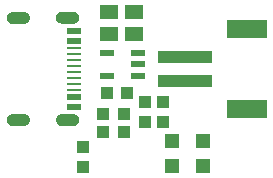
<source format=gbr>
G04 EAGLE Gerber RS-274X export*
G75*
%MOMM*%
%FSLAX34Y34*%
%LPD*%
%INSolderpaste Top*%
%IPPOS*%
%AMOC8*
5,1,8,0,0,1.08239X$1,22.5*%
G01*
%ADD10R,1.200000X0.550000*%
%ADD11R,1.200000X1.200000*%
%ADD12R,1.000000X1.075000*%
%ADD13R,4.600000X1.000000*%
%ADD14R,3.400000X1.600000*%
%ADD15R,1.500000X1.300000*%
%ADD16R,1.075000X1.000000*%
%ADD17R,1.150000X0.575000*%
%ADD18R,1.150000X0.275000*%

G36*
X61468Y133599D02*
X61468Y133599D01*
X61469Y133599D01*
X62542Y133720D01*
X62543Y133721D01*
X62544Y133720D01*
X63564Y134077D01*
X63564Y134078D01*
X63565Y134078D01*
X64480Y134653D01*
X64481Y134653D01*
X65245Y135418D01*
X65820Y136333D01*
X65820Y136334D01*
X65821Y136334D01*
X66178Y137354D01*
X66178Y137355D01*
X66177Y137355D01*
X66178Y137356D01*
X66178Y137360D01*
X66179Y137365D01*
X66180Y137370D01*
X66182Y137390D01*
X66182Y137394D01*
X66182Y137395D01*
X66183Y137399D01*
X66183Y137400D01*
X66183Y137404D01*
X66184Y137409D01*
X66185Y137414D01*
X66185Y137419D01*
X66186Y137424D01*
X66186Y137429D01*
X66188Y137449D01*
X66189Y137449D01*
X66189Y137454D01*
X66190Y137459D01*
X66190Y137464D01*
X66191Y137469D01*
X66191Y137474D01*
X66192Y137479D01*
X66192Y137484D01*
X66193Y137489D01*
X66195Y137509D01*
X66196Y137514D01*
X66196Y137519D01*
X66197Y137524D01*
X66197Y137529D01*
X66198Y137534D01*
X66199Y137539D01*
X66199Y137544D01*
X66202Y137568D01*
X66202Y137573D01*
X66203Y137573D01*
X66202Y137573D01*
X66203Y137578D01*
X66204Y137583D01*
X66204Y137588D01*
X66205Y137593D01*
X66205Y137598D01*
X66206Y137603D01*
X66209Y137628D01*
X66209Y137633D01*
X66210Y137638D01*
X66210Y137643D01*
X66211Y137648D01*
X66211Y137653D01*
X66212Y137658D01*
X66213Y137663D01*
X66215Y137683D01*
X66215Y137688D01*
X66216Y137693D01*
X66216Y137698D01*
X66217Y137698D01*
X66216Y137698D01*
X66217Y137703D01*
X66218Y137708D01*
X66218Y137712D01*
X66218Y137713D01*
X66219Y137717D01*
X66219Y137718D01*
X66219Y137722D01*
X66222Y137742D01*
X66222Y137747D01*
X66223Y137752D01*
X66223Y137757D01*
X66224Y137762D01*
X66224Y137767D01*
X66225Y137772D01*
X66225Y137777D01*
X66226Y137782D01*
X66228Y137802D01*
X66229Y137807D01*
X66229Y137812D01*
X66230Y137817D01*
X66230Y137822D01*
X66231Y137822D01*
X66230Y137822D01*
X66231Y137827D01*
X66232Y137832D01*
X66232Y137837D01*
X66233Y137842D01*
X66235Y137862D01*
X66236Y137867D01*
X66236Y137871D01*
X66236Y137872D01*
X66237Y137876D01*
X66237Y137877D01*
X66237Y137881D01*
X66238Y137886D01*
X66238Y137891D01*
X66239Y137896D01*
X66242Y137921D01*
X66242Y137926D01*
X66243Y137931D01*
X66243Y137936D01*
X66244Y137941D01*
X66244Y137946D01*
X66245Y137946D01*
X66244Y137946D01*
X66245Y137951D01*
X66246Y137956D01*
X66248Y137981D01*
X66249Y137986D01*
X66250Y137991D01*
X66250Y137996D01*
X66251Y138001D01*
X66251Y138006D01*
X66252Y138011D01*
X66252Y138016D01*
X66255Y138035D01*
X66255Y138036D01*
X66255Y138040D01*
X66256Y138045D01*
X66256Y138050D01*
X66257Y138055D01*
X66257Y138060D01*
X66258Y138065D01*
X66258Y138070D01*
X66259Y138070D01*
X66258Y138070D01*
X66259Y138075D01*
X66261Y138095D01*
X66262Y138100D01*
X66262Y138105D01*
X66263Y138110D01*
X66264Y138115D01*
X66264Y138120D01*
X66265Y138125D01*
X66265Y138130D01*
X66266Y138135D01*
X66268Y138155D01*
X66269Y138160D01*
X66269Y138165D01*
X66270Y138170D01*
X66270Y138175D01*
X66271Y138180D01*
X66271Y138185D01*
X66272Y138189D01*
X66272Y138190D01*
X66272Y138194D01*
X66273Y138194D01*
X66272Y138195D01*
X66275Y138214D01*
X66275Y138219D01*
X66276Y138224D01*
X66276Y138229D01*
X66277Y138234D01*
X66278Y138239D01*
X66278Y138244D01*
X66279Y138249D01*
X66281Y138274D01*
X66282Y138279D01*
X66283Y138284D01*
X66283Y138289D01*
X66284Y138294D01*
X66284Y138299D01*
X66285Y138304D01*
X66285Y138309D01*
X66288Y138334D01*
X66289Y138339D01*
X66289Y138344D01*
X66290Y138348D01*
X66290Y138349D01*
X66290Y138353D01*
X66290Y138354D01*
X66291Y138358D01*
X66292Y138363D01*
X66292Y138368D01*
X66294Y138388D01*
X66295Y138393D01*
X66295Y138398D01*
X66296Y138403D01*
X66297Y138408D01*
X66297Y138413D01*
X66298Y138418D01*
X66298Y138423D01*
X66299Y138428D01*
X66299Y138429D01*
X66299Y138430D01*
X66299Y138431D01*
X66172Y139561D01*
X66171Y139561D01*
X66171Y139562D01*
X65796Y140636D01*
X65795Y140636D01*
X65795Y140637D01*
X65190Y141600D01*
X65189Y141600D01*
X65189Y141601D01*
X64385Y142405D01*
X64384Y142405D01*
X64384Y142406D01*
X63421Y143011D01*
X63420Y143011D01*
X63420Y143012D01*
X62346Y143387D01*
X62345Y143387D01*
X62345Y143388D01*
X61215Y143515D01*
X61214Y143515D01*
X51562Y143515D01*
X51561Y143515D01*
X51312Y143487D01*
X51268Y143482D01*
X51224Y143477D01*
X51180Y143472D01*
X50651Y143412D01*
X50607Y143407D01*
X50563Y143402D01*
X50562Y143402D01*
X50518Y143397D01*
X50431Y143388D01*
X50431Y143387D01*
X50430Y143387D01*
X49356Y143012D01*
X49356Y143011D01*
X49355Y143011D01*
X48392Y142406D01*
X48392Y142405D01*
X48391Y142405D01*
X47587Y141601D01*
X47587Y141600D01*
X47586Y141600D01*
X46981Y140637D01*
X46981Y140636D01*
X46980Y140636D01*
X46605Y139562D01*
X46605Y139561D01*
X46604Y139561D01*
X46602Y139542D01*
X46602Y139537D01*
X46601Y139532D01*
X46601Y139527D01*
X46600Y139522D01*
X46600Y139517D01*
X46599Y139512D01*
X46598Y139508D01*
X46598Y139507D01*
X46598Y139503D01*
X46598Y139502D01*
X46596Y139483D01*
X46595Y139478D01*
X46595Y139473D01*
X46594Y139473D01*
X46595Y139473D01*
X46594Y139468D01*
X46593Y139463D01*
X46593Y139458D01*
X46592Y139453D01*
X46592Y139448D01*
X46591Y139443D01*
X46589Y139423D01*
X46588Y139418D01*
X46588Y139413D01*
X46587Y139408D01*
X46587Y139403D01*
X46586Y139398D01*
X46586Y139393D01*
X46585Y139388D01*
X46584Y139383D01*
X46582Y139363D01*
X46582Y139358D01*
X46581Y139353D01*
X46581Y139349D01*
X46580Y139348D01*
X46581Y139348D01*
X46580Y139344D01*
X46580Y139343D01*
X46579Y139339D01*
X46579Y139334D01*
X46578Y139329D01*
X46578Y139324D01*
X46575Y139304D01*
X46575Y139299D01*
X46574Y139294D01*
X46574Y139289D01*
X46573Y139284D01*
X46573Y139279D01*
X46572Y139274D01*
X46572Y139269D01*
X46571Y139264D01*
X46569Y139244D01*
X46568Y139239D01*
X46568Y139234D01*
X46567Y139229D01*
X46567Y139224D01*
X46566Y139224D01*
X46567Y139224D01*
X46566Y139219D01*
X46565Y139214D01*
X46565Y139209D01*
X46564Y139204D01*
X46562Y139185D01*
X46562Y139184D01*
X46561Y139180D01*
X46561Y139175D01*
X46560Y139170D01*
X46560Y139165D01*
X46559Y139160D01*
X46559Y139155D01*
X46558Y139150D01*
X46558Y139145D01*
X46555Y139125D01*
X46555Y139120D01*
X46554Y139115D01*
X46554Y139110D01*
X46553Y139105D01*
X46553Y139100D01*
X46552Y139100D01*
X46553Y139100D01*
X46552Y139095D01*
X46551Y139090D01*
X46551Y139085D01*
X46549Y139065D01*
X46548Y139060D01*
X46547Y139055D01*
X46547Y139050D01*
X46546Y139045D01*
X46546Y139040D01*
X46545Y139035D01*
X46545Y139031D01*
X46545Y139030D01*
X46544Y139026D01*
X46544Y139025D01*
X46542Y139006D01*
X46541Y139001D01*
X46541Y138996D01*
X46540Y138991D01*
X46540Y138986D01*
X46539Y138981D01*
X46539Y138976D01*
X46538Y138976D01*
X46539Y138976D01*
X46538Y138971D01*
X46537Y138966D01*
X46535Y138946D01*
X46535Y138941D01*
X46534Y138936D01*
X46533Y138931D01*
X46533Y138926D01*
X46532Y138921D01*
X46532Y138916D01*
X46531Y138911D01*
X46528Y138886D01*
X46528Y138881D01*
X46527Y138876D01*
X46527Y138872D01*
X46527Y138871D01*
X46526Y138867D01*
X46526Y138866D01*
X46526Y138862D01*
X46525Y138857D01*
X46525Y138852D01*
X46524Y138852D01*
X46525Y138852D01*
X46522Y138827D01*
X46521Y138822D01*
X46521Y138817D01*
X46520Y138812D01*
X46519Y138807D01*
X46519Y138802D01*
X46518Y138797D01*
X46518Y138792D01*
X46515Y138767D01*
X46514Y138762D01*
X46514Y138757D01*
X46513Y138752D01*
X46513Y138747D01*
X46512Y138742D01*
X46512Y138737D01*
X46511Y138732D01*
X46508Y138708D01*
X46508Y138707D01*
X46508Y138703D01*
X46507Y138698D01*
X46507Y138693D01*
X46506Y138688D01*
X46505Y138683D01*
X46505Y138678D01*
X46504Y138673D01*
X46502Y138648D01*
X46501Y138643D01*
X46500Y138638D01*
X46500Y138633D01*
X46499Y138628D01*
X46499Y138623D01*
X46498Y138618D01*
X46498Y138613D01*
X46495Y138593D01*
X46495Y138588D01*
X46494Y138583D01*
X46494Y138578D01*
X46493Y138573D01*
X46493Y138568D01*
X46492Y138563D01*
X46491Y138558D01*
X46491Y138554D01*
X46491Y138553D01*
X46489Y138534D01*
X46488Y138529D01*
X46488Y138524D01*
X46487Y138519D01*
X46486Y138514D01*
X46486Y138509D01*
X46485Y138504D01*
X46485Y138499D01*
X46484Y138494D01*
X46482Y138474D01*
X46481Y138469D01*
X46481Y138464D01*
X46480Y138459D01*
X46480Y138454D01*
X46479Y138449D01*
X46479Y138444D01*
X46478Y138439D01*
X46477Y138434D01*
X46477Y138431D01*
X46478Y138430D01*
X46477Y138429D01*
X46598Y137356D01*
X46599Y137355D01*
X46598Y137354D01*
X46955Y136334D01*
X46956Y136334D01*
X46956Y136333D01*
X47531Y135418D01*
X48296Y134653D01*
X49211Y134078D01*
X49212Y134078D01*
X49212Y134077D01*
X50232Y133720D01*
X50233Y133721D01*
X50234Y133720D01*
X51307Y133599D01*
X51308Y133599D01*
X61468Y133599D01*
X61468Y133599D01*
G37*
G36*
X19685Y133472D02*
X19685Y133472D01*
X19686Y133472D01*
X20759Y133593D01*
X20760Y133594D01*
X20761Y133593D01*
X21781Y133950D01*
X21781Y133951D01*
X21782Y133951D01*
X22697Y134526D01*
X22698Y134526D01*
X23462Y135291D01*
X24037Y136206D01*
X24037Y136207D01*
X24038Y136207D01*
X24395Y137227D01*
X24395Y137228D01*
X24394Y137228D01*
X24395Y137229D01*
X24395Y137233D01*
X24396Y137238D01*
X24397Y137243D01*
X24399Y137263D01*
X24399Y137267D01*
X24399Y137268D01*
X24400Y137272D01*
X24400Y137273D01*
X24400Y137277D01*
X24401Y137282D01*
X24402Y137287D01*
X24402Y137292D01*
X24403Y137297D01*
X24403Y137302D01*
X24405Y137322D01*
X24406Y137322D01*
X24406Y137327D01*
X24407Y137332D01*
X24407Y137337D01*
X24408Y137342D01*
X24408Y137347D01*
X24409Y137352D01*
X24409Y137357D01*
X24410Y137362D01*
X24412Y137382D01*
X24413Y137387D01*
X24413Y137392D01*
X24414Y137397D01*
X24414Y137402D01*
X24415Y137407D01*
X24416Y137412D01*
X24416Y137417D01*
X24419Y137441D01*
X24419Y137446D01*
X24420Y137446D01*
X24419Y137446D01*
X24420Y137451D01*
X24421Y137456D01*
X24421Y137461D01*
X24422Y137466D01*
X24422Y137471D01*
X24423Y137476D01*
X24426Y137501D01*
X24426Y137506D01*
X24427Y137511D01*
X24427Y137516D01*
X24428Y137521D01*
X24428Y137526D01*
X24429Y137531D01*
X24430Y137536D01*
X24432Y137556D01*
X24432Y137561D01*
X24433Y137566D01*
X24433Y137571D01*
X24434Y137571D01*
X24433Y137571D01*
X24434Y137576D01*
X24435Y137581D01*
X24435Y137585D01*
X24435Y137586D01*
X24436Y137590D01*
X24436Y137591D01*
X24436Y137595D01*
X24439Y137615D01*
X24439Y137620D01*
X24440Y137625D01*
X24440Y137630D01*
X24441Y137635D01*
X24441Y137640D01*
X24442Y137645D01*
X24442Y137650D01*
X24443Y137655D01*
X24445Y137675D01*
X24446Y137680D01*
X24446Y137685D01*
X24447Y137690D01*
X24447Y137695D01*
X24448Y137695D01*
X24447Y137695D01*
X24448Y137700D01*
X24449Y137705D01*
X24449Y137710D01*
X24450Y137715D01*
X24452Y137735D01*
X24453Y137740D01*
X24453Y137744D01*
X24453Y137745D01*
X24454Y137749D01*
X24454Y137750D01*
X24454Y137754D01*
X24455Y137759D01*
X24455Y137764D01*
X24456Y137769D01*
X24459Y137794D01*
X24459Y137799D01*
X24460Y137804D01*
X24460Y137809D01*
X24461Y137814D01*
X24461Y137819D01*
X24462Y137819D01*
X24461Y137819D01*
X24462Y137824D01*
X24463Y137829D01*
X24465Y137854D01*
X24466Y137859D01*
X24467Y137864D01*
X24467Y137869D01*
X24468Y137874D01*
X24468Y137879D01*
X24469Y137884D01*
X24469Y137889D01*
X24472Y137908D01*
X24472Y137909D01*
X24472Y137913D01*
X24473Y137918D01*
X24473Y137923D01*
X24474Y137928D01*
X24474Y137933D01*
X24475Y137938D01*
X24475Y137943D01*
X24476Y137943D01*
X24475Y137943D01*
X24476Y137948D01*
X24478Y137968D01*
X24479Y137973D01*
X24479Y137978D01*
X24480Y137983D01*
X24481Y137988D01*
X24481Y137993D01*
X24482Y137998D01*
X24482Y138003D01*
X24483Y138008D01*
X24485Y138028D01*
X24486Y138033D01*
X24486Y138038D01*
X24487Y138043D01*
X24487Y138048D01*
X24488Y138053D01*
X24488Y138058D01*
X24489Y138062D01*
X24489Y138063D01*
X24489Y138067D01*
X24490Y138067D01*
X24489Y138068D01*
X24492Y138087D01*
X24492Y138092D01*
X24493Y138097D01*
X24493Y138102D01*
X24494Y138107D01*
X24495Y138112D01*
X24495Y138117D01*
X24496Y138122D01*
X24498Y138147D01*
X24499Y138152D01*
X24500Y138157D01*
X24500Y138162D01*
X24501Y138167D01*
X24501Y138172D01*
X24502Y138177D01*
X24502Y138182D01*
X24505Y138207D01*
X24506Y138212D01*
X24506Y138217D01*
X24507Y138221D01*
X24507Y138222D01*
X24507Y138226D01*
X24507Y138227D01*
X24508Y138231D01*
X24509Y138236D01*
X24509Y138241D01*
X24511Y138261D01*
X24512Y138266D01*
X24512Y138271D01*
X24513Y138276D01*
X24514Y138281D01*
X24514Y138286D01*
X24515Y138291D01*
X24515Y138296D01*
X24516Y138301D01*
X24516Y138302D01*
X24516Y138303D01*
X24516Y138304D01*
X24389Y139434D01*
X24388Y139434D01*
X24388Y139435D01*
X24013Y140509D01*
X24012Y140509D01*
X24012Y140510D01*
X23407Y141473D01*
X23406Y141473D01*
X23406Y141474D01*
X22602Y142278D01*
X22601Y142278D01*
X22601Y142279D01*
X21638Y142884D01*
X21637Y142884D01*
X21637Y142885D01*
X20563Y143260D01*
X20562Y143260D01*
X20562Y143261D01*
X19432Y143388D01*
X19431Y143388D01*
X9779Y143388D01*
X9778Y143388D01*
X9529Y143360D01*
X9485Y143355D01*
X9441Y143350D01*
X9397Y143345D01*
X8868Y143285D01*
X8824Y143280D01*
X8780Y143275D01*
X8779Y143275D01*
X8735Y143270D01*
X8648Y143261D01*
X8648Y143260D01*
X8647Y143260D01*
X7573Y142885D01*
X7573Y142884D01*
X7572Y142884D01*
X6609Y142279D01*
X6609Y142278D01*
X6608Y142278D01*
X5804Y141474D01*
X5804Y141473D01*
X5803Y141473D01*
X5198Y140510D01*
X5198Y140509D01*
X5197Y140509D01*
X4822Y139435D01*
X4822Y139434D01*
X4821Y139434D01*
X4819Y139415D01*
X4819Y139410D01*
X4818Y139405D01*
X4818Y139400D01*
X4817Y139395D01*
X4817Y139390D01*
X4816Y139385D01*
X4815Y139381D01*
X4815Y139380D01*
X4815Y139376D01*
X4815Y139375D01*
X4813Y139356D01*
X4812Y139351D01*
X4812Y139346D01*
X4811Y139346D01*
X4812Y139346D01*
X4811Y139341D01*
X4810Y139336D01*
X4810Y139331D01*
X4809Y139326D01*
X4809Y139321D01*
X4808Y139316D01*
X4806Y139296D01*
X4805Y139291D01*
X4805Y139286D01*
X4804Y139281D01*
X4804Y139276D01*
X4803Y139271D01*
X4803Y139266D01*
X4802Y139261D01*
X4801Y139256D01*
X4799Y139236D01*
X4799Y139231D01*
X4798Y139226D01*
X4798Y139222D01*
X4797Y139221D01*
X4798Y139221D01*
X4797Y139217D01*
X4797Y139216D01*
X4796Y139212D01*
X4796Y139207D01*
X4795Y139202D01*
X4795Y139197D01*
X4792Y139177D01*
X4792Y139172D01*
X4791Y139167D01*
X4791Y139162D01*
X4790Y139157D01*
X4790Y139152D01*
X4789Y139147D01*
X4789Y139142D01*
X4788Y139137D01*
X4786Y139117D01*
X4785Y139112D01*
X4785Y139107D01*
X4784Y139102D01*
X4784Y139097D01*
X4783Y139097D01*
X4784Y139097D01*
X4783Y139092D01*
X4782Y139087D01*
X4782Y139082D01*
X4781Y139077D01*
X4779Y139058D01*
X4779Y139057D01*
X4778Y139053D01*
X4778Y139048D01*
X4777Y139043D01*
X4777Y139038D01*
X4776Y139033D01*
X4776Y139028D01*
X4775Y139023D01*
X4775Y139018D01*
X4772Y138998D01*
X4772Y138993D01*
X4771Y138988D01*
X4771Y138983D01*
X4770Y138978D01*
X4770Y138973D01*
X4769Y138973D01*
X4770Y138973D01*
X4769Y138968D01*
X4768Y138963D01*
X4768Y138958D01*
X4766Y138938D01*
X4765Y138933D01*
X4764Y138928D01*
X4764Y138923D01*
X4763Y138918D01*
X4763Y138913D01*
X4762Y138908D01*
X4762Y138904D01*
X4762Y138903D01*
X4761Y138899D01*
X4761Y138898D01*
X4759Y138879D01*
X4758Y138874D01*
X4758Y138869D01*
X4757Y138864D01*
X4757Y138859D01*
X4756Y138854D01*
X4756Y138849D01*
X4755Y138849D01*
X4756Y138849D01*
X4755Y138844D01*
X4754Y138839D01*
X4752Y138819D01*
X4752Y138814D01*
X4751Y138809D01*
X4750Y138804D01*
X4750Y138799D01*
X4749Y138794D01*
X4749Y138789D01*
X4748Y138784D01*
X4745Y138759D01*
X4745Y138754D01*
X4744Y138749D01*
X4744Y138745D01*
X4744Y138744D01*
X4743Y138740D01*
X4743Y138739D01*
X4743Y138735D01*
X4742Y138730D01*
X4742Y138725D01*
X4741Y138725D01*
X4742Y138725D01*
X4739Y138700D01*
X4738Y138695D01*
X4738Y138690D01*
X4737Y138685D01*
X4736Y138680D01*
X4736Y138675D01*
X4735Y138670D01*
X4735Y138665D01*
X4732Y138640D01*
X4731Y138635D01*
X4731Y138630D01*
X4730Y138625D01*
X4730Y138620D01*
X4729Y138615D01*
X4729Y138610D01*
X4728Y138605D01*
X4725Y138581D01*
X4725Y138580D01*
X4725Y138576D01*
X4724Y138571D01*
X4724Y138566D01*
X4723Y138561D01*
X4722Y138556D01*
X4722Y138551D01*
X4721Y138546D01*
X4719Y138521D01*
X4718Y138516D01*
X4717Y138511D01*
X4717Y138506D01*
X4716Y138501D01*
X4716Y138496D01*
X4715Y138491D01*
X4715Y138486D01*
X4712Y138466D01*
X4712Y138461D01*
X4711Y138456D01*
X4711Y138451D01*
X4710Y138446D01*
X4710Y138441D01*
X4709Y138436D01*
X4708Y138431D01*
X4708Y138427D01*
X4708Y138426D01*
X4706Y138407D01*
X4705Y138402D01*
X4705Y138397D01*
X4704Y138392D01*
X4703Y138387D01*
X4703Y138382D01*
X4702Y138377D01*
X4702Y138372D01*
X4701Y138367D01*
X4699Y138347D01*
X4698Y138342D01*
X4698Y138337D01*
X4697Y138332D01*
X4697Y138327D01*
X4696Y138322D01*
X4696Y138317D01*
X4695Y138312D01*
X4694Y138307D01*
X4694Y138304D01*
X4695Y138303D01*
X4694Y138302D01*
X4815Y137229D01*
X4816Y137228D01*
X4815Y137227D01*
X5172Y136207D01*
X5173Y136207D01*
X5173Y136206D01*
X5748Y135291D01*
X6513Y134526D01*
X7428Y133951D01*
X7429Y133951D01*
X7429Y133950D01*
X8449Y133593D01*
X8450Y133594D01*
X8451Y133593D01*
X9524Y133472D01*
X9525Y133472D01*
X19685Y133472D01*
X19685Y133472D01*
G37*
G36*
X61595Y47112D02*
X61595Y47112D01*
X61596Y47112D01*
X62669Y47233D01*
X62670Y47234D01*
X62671Y47233D01*
X63691Y47590D01*
X63691Y47591D01*
X63692Y47591D01*
X64607Y48166D01*
X64608Y48166D01*
X65372Y48931D01*
X65947Y49846D01*
X65947Y49847D01*
X65948Y49847D01*
X66305Y50867D01*
X66305Y50868D01*
X66304Y50868D01*
X66305Y50869D01*
X66305Y50873D01*
X66306Y50878D01*
X66307Y50883D01*
X66309Y50903D01*
X66309Y50907D01*
X66309Y50908D01*
X66310Y50912D01*
X66310Y50913D01*
X66310Y50917D01*
X66311Y50922D01*
X66312Y50927D01*
X66312Y50932D01*
X66313Y50937D01*
X66313Y50942D01*
X66315Y50962D01*
X66316Y50962D01*
X66316Y50967D01*
X66317Y50972D01*
X66317Y50977D01*
X66318Y50982D01*
X66318Y50987D01*
X66319Y50992D01*
X66319Y50997D01*
X66320Y51002D01*
X66322Y51022D01*
X66323Y51027D01*
X66323Y51032D01*
X66324Y51037D01*
X66324Y51042D01*
X66325Y51047D01*
X66326Y51052D01*
X66326Y51057D01*
X66329Y51081D01*
X66329Y51086D01*
X66330Y51086D01*
X66329Y51086D01*
X66330Y51091D01*
X66331Y51096D01*
X66331Y51101D01*
X66332Y51106D01*
X66332Y51111D01*
X66333Y51116D01*
X66336Y51141D01*
X66336Y51146D01*
X66337Y51151D01*
X66337Y51156D01*
X66338Y51161D01*
X66338Y51166D01*
X66339Y51171D01*
X66340Y51176D01*
X66342Y51196D01*
X66342Y51201D01*
X66343Y51206D01*
X66343Y51211D01*
X66344Y51211D01*
X66343Y51211D01*
X66344Y51216D01*
X66345Y51221D01*
X66345Y51225D01*
X66345Y51226D01*
X66346Y51230D01*
X66346Y51231D01*
X66346Y51235D01*
X66349Y51255D01*
X66349Y51260D01*
X66350Y51265D01*
X66350Y51270D01*
X66351Y51275D01*
X66351Y51280D01*
X66352Y51285D01*
X66352Y51290D01*
X66353Y51295D01*
X66355Y51315D01*
X66356Y51320D01*
X66356Y51325D01*
X66357Y51330D01*
X66357Y51335D01*
X66358Y51335D01*
X66357Y51335D01*
X66358Y51340D01*
X66359Y51345D01*
X66359Y51350D01*
X66360Y51355D01*
X66362Y51375D01*
X66363Y51380D01*
X66363Y51384D01*
X66363Y51385D01*
X66364Y51389D01*
X66364Y51390D01*
X66364Y51394D01*
X66365Y51399D01*
X66365Y51404D01*
X66366Y51409D01*
X66369Y51434D01*
X66369Y51439D01*
X66370Y51444D01*
X66370Y51449D01*
X66371Y51454D01*
X66371Y51459D01*
X66372Y51459D01*
X66371Y51459D01*
X66372Y51464D01*
X66373Y51469D01*
X66375Y51494D01*
X66376Y51499D01*
X66377Y51504D01*
X66377Y51509D01*
X66378Y51514D01*
X66378Y51519D01*
X66379Y51524D01*
X66379Y51529D01*
X66382Y51548D01*
X66382Y51549D01*
X66382Y51553D01*
X66383Y51558D01*
X66383Y51563D01*
X66384Y51568D01*
X66384Y51573D01*
X66385Y51578D01*
X66385Y51583D01*
X66386Y51583D01*
X66385Y51583D01*
X66386Y51588D01*
X66388Y51608D01*
X66389Y51613D01*
X66389Y51618D01*
X66390Y51623D01*
X66391Y51628D01*
X66391Y51633D01*
X66392Y51638D01*
X66392Y51643D01*
X66393Y51648D01*
X66395Y51668D01*
X66396Y51673D01*
X66396Y51678D01*
X66397Y51683D01*
X66397Y51688D01*
X66398Y51693D01*
X66398Y51698D01*
X66399Y51702D01*
X66399Y51703D01*
X66399Y51707D01*
X66400Y51707D01*
X66399Y51708D01*
X66402Y51727D01*
X66402Y51732D01*
X66403Y51737D01*
X66403Y51742D01*
X66404Y51747D01*
X66405Y51752D01*
X66405Y51757D01*
X66406Y51762D01*
X66408Y51787D01*
X66409Y51792D01*
X66410Y51797D01*
X66410Y51802D01*
X66411Y51807D01*
X66411Y51812D01*
X66412Y51817D01*
X66412Y51822D01*
X66415Y51847D01*
X66416Y51852D01*
X66416Y51857D01*
X66417Y51861D01*
X66417Y51862D01*
X66417Y51866D01*
X66417Y51867D01*
X66418Y51871D01*
X66419Y51876D01*
X66419Y51881D01*
X66421Y51901D01*
X66422Y51906D01*
X66422Y51911D01*
X66423Y51916D01*
X66424Y51921D01*
X66424Y51926D01*
X66425Y51931D01*
X66425Y51936D01*
X66426Y51941D01*
X66426Y51942D01*
X66426Y51943D01*
X66426Y51944D01*
X66299Y53074D01*
X66298Y53074D01*
X66298Y53075D01*
X65923Y54149D01*
X65922Y54149D01*
X65922Y54150D01*
X65317Y55113D01*
X65316Y55113D01*
X65316Y55114D01*
X64512Y55918D01*
X64511Y55918D01*
X64511Y55919D01*
X63548Y56524D01*
X63547Y56524D01*
X63547Y56525D01*
X62473Y56900D01*
X62472Y56900D01*
X62472Y56901D01*
X61342Y57028D01*
X61341Y57028D01*
X51689Y57028D01*
X51688Y57028D01*
X51439Y57000D01*
X51395Y56995D01*
X51351Y56990D01*
X51307Y56985D01*
X50778Y56925D01*
X50734Y56920D01*
X50690Y56915D01*
X50689Y56915D01*
X50645Y56910D01*
X50558Y56901D01*
X50558Y56900D01*
X50557Y56900D01*
X49483Y56525D01*
X49483Y56524D01*
X49482Y56524D01*
X48519Y55919D01*
X48519Y55918D01*
X48518Y55918D01*
X47714Y55114D01*
X47714Y55113D01*
X47713Y55113D01*
X47108Y54150D01*
X47108Y54149D01*
X47107Y54149D01*
X46732Y53075D01*
X46732Y53074D01*
X46731Y53074D01*
X46729Y53055D01*
X46729Y53050D01*
X46728Y53045D01*
X46728Y53040D01*
X46727Y53035D01*
X46727Y53030D01*
X46726Y53025D01*
X46725Y53021D01*
X46725Y53020D01*
X46725Y53016D01*
X46725Y53015D01*
X46723Y52996D01*
X46722Y52991D01*
X46722Y52986D01*
X46721Y52986D01*
X46722Y52986D01*
X46721Y52981D01*
X46720Y52976D01*
X46720Y52971D01*
X46719Y52966D01*
X46719Y52961D01*
X46718Y52956D01*
X46716Y52936D01*
X46715Y52931D01*
X46715Y52926D01*
X46714Y52921D01*
X46714Y52916D01*
X46713Y52911D01*
X46713Y52906D01*
X46712Y52901D01*
X46711Y52896D01*
X46709Y52876D01*
X46709Y52871D01*
X46708Y52866D01*
X46708Y52862D01*
X46707Y52861D01*
X46708Y52861D01*
X46707Y52857D01*
X46707Y52856D01*
X46706Y52852D01*
X46706Y52847D01*
X46705Y52842D01*
X46705Y52837D01*
X46702Y52817D01*
X46702Y52812D01*
X46701Y52807D01*
X46701Y52802D01*
X46700Y52797D01*
X46700Y52792D01*
X46699Y52787D01*
X46699Y52782D01*
X46698Y52777D01*
X46696Y52757D01*
X46695Y52752D01*
X46695Y52747D01*
X46694Y52742D01*
X46694Y52737D01*
X46693Y52737D01*
X46694Y52737D01*
X46693Y52732D01*
X46692Y52727D01*
X46692Y52722D01*
X46691Y52717D01*
X46689Y52698D01*
X46689Y52697D01*
X46688Y52693D01*
X46688Y52688D01*
X46687Y52683D01*
X46687Y52678D01*
X46686Y52673D01*
X46686Y52668D01*
X46685Y52663D01*
X46685Y52658D01*
X46682Y52638D01*
X46682Y52633D01*
X46681Y52628D01*
X46681Y52623D01*
X46680Y52618D01*
X46680Y52613D01*
X46679Y52613D01*
X46680Y52613D01*
X46679Y52608D01*
X46678Y52603D01*
X46678Y52598D01*
X46676Y52578D01*
X46675Y52573D01*
X46674Y52568D01*
X46674Y52563D01*
X46673Y52558D01*
X46673Y52553D01*
X46672Y52548D01*
X46672Y52544D01*
X46672Y52543D01*
X46671Y52539D01*
X46671Y52538D01*
X46669Y52519D01*
X46668Y52514D01*
X46668Y52509D01*
X46667Y52504D01*
X46667Y52499D01*
X46666Y52494D01*
X46666Y52489D01*
X46665Y52489D01*
X46666Y52489D01*
X46665Y52484D01*
X46664Y52479D01*
X46662Y52459D01*
X46662Y52454D01*
X46661Y52449D01*
X46660Y52444D01*
X46660Y52439D01*
X46659Y52434D01*
X46659Y52429D01*
X46658Y52424D01*
X46655Y52399D01*
X46655Y52394D01*
X46654Y52389D01*
X46654Y52385D01*
X46654Y52384D01*
X46653Y52380D01*
X46653Y52379D01*
X46653Y52375D01*
X46652Y52370D01*
X46652Y52365D01*
X46651Y52365D01*
X46652Y52365D01*
X46649Y52340D01*
X46648Y52335D01*
X46648Y52330D01*
X46647Y52325D01*
X46646Y52320D01*
X46646Y52315D01*
X46645Y52310D01*
X46645Y52305D01*
X46642Y52280D01*
X46641Y52275D01*
X46641Y52270D01*
X46640Y52265D01*
X46640Y52260D01*
X46639Y52255D01*
X46639Y52250D01*
X46638Y52245D01*
X46635Y52221D01*
X46635Y52220D01*
X46635Y52216D01*
X46634Y52211D01*
X46634Y52206D01*
X46633Y52201D01*
X46632Y52196D01*
X46632Y52191D01*
X46631Y52186D01*
X46629Y52161D01*
X46628Y52156D01*
X46627Y52151D01*
X46627Y52146D01*
X46626Y52141D01*
X46626Y52136D01*
X46625Y52131D01*
X46625Y52126D01*
X46622Y52106D01*
X46622Y52101D01*
X46621Y52096D01*
X46621Y52091D01*
X46620Y52086D01*
X46620Y52081D01*
X46619Y52076D01*
X46618Y52071D01*
X46618Y52067D01*
X46618Y52066D01*
X46616Y52047D01*
X46615Y52042D01*
X46615Y52037D01*
X46614Y52032D01*
X46613Y52027D01*
X46613Y52022D01*
X46612Y52017D01*
X46612Y52012D01*
X46611Y52007D01*
X46609Y51987D01*
X46608Y51982D01*
X46608Y51977D01*
X46607Y51972D01*
X46607Y51967D01*
X46606Y51962D01*
X46606Y51957D01*
X46605Y51952D01*
X46604Y51947D01*
X46604Y51944D01*
X46605Y51943D01*
X46604Y51942D01*
X46725Y50869D01*
X46726Y50868D01*
X46725Y50867D01*
X47082Y49847D01*
X47083Y49847D01*
X47083Y49846D01*
X47658Y48931D01*
X48423Y48166D01*
X49338Y47591D01*
X49339Y47591D01*
X49339Y47590D01*
X50359Y47233D01*
X50360Y47234D01*
X50361Y47233D01*
X51434Y47112D01*
X51435Y47112D01*
X61595Y47112D01*
X61595Y47112D01*
G37*
G36*
X19685Y47112D02*
X19685Y47112D01*
X19686Y47112D01*
X20759Y47233D01*
X20760Y47234D01*
X20761Y47233D01*
X21781Y47590D01*
X21781Y47591D01*
X21782Y47591D01*
X22697Y48166D01*
X22698Y48166D01*
X23462Y48931D01*
X24037Y49846D01*
X24037Y49847D01*
X24038Y49847D01*
X24395Y50867D01*
X24395Y50868D01*
X24394Y50868D01*
X24395Y50869D01*
X24395Y50873D01*
X24396Y50878D01*
X24397Y50883D01*
X24399Y50903D01*
X24399Y50907D01*
X24399Y50908D01*
X24400Y50912D01*
X24400Y50913D01*
X24400Y50917D01*
X24401Y50922D01*
X24402Y50927D01*
X24402Y50932D01*
X24403Y50937D01*
X24403Y50942D01*
X24405Y50962D01*
X24406Y50962D01*
X24406Y50967D01*
X24407Y50972D01*
X24407Y50977D01*
X24408Y50982D01*
X24408Y50987D01*
X24409Y50992D01*
X24409Y50997D01*
X24410Y51002D01*
X24412Y51022D01*
X24413Y51027D01*
X24413Y51032D01*
X24414Y51037D01*
X24414Y51042D01*
X24415Y51047D01*
X24416Y51052D01*
X24416Y51057D01*
X24419Y51081D01*
X24419Y51086D01*
X24420Y51086D01*
X24419Y51086D01*
X24420Y51091D01*
X24421Y51096D01*
X24421Y51101D01*
X24422Y51106D01*
X24422Y51111D01*
X24423Y51116D01*
X24426Y51141D01*
X24426Y51146D01*
X24427Y51151D01*
X24427Y51156D01*
X24428Y51161D01*
X24428Y51166D01*
X24429Y51171D01*
X24430Y51176D01*
X24432Y51196D01*
X24432Y51201D01*
X24433Y51206D01*
X24433Y51211D01*
X24434Y51211D01*
X24433Y51211D01*
X24434Y51216D01*
X24435Y51221D01*
X24435Y51225D01*
X24435Y51226D01*
X24436Y51230D01*
X24436Y51231D01*
X24436Y51235D01*
X24439Y51255D01*
X24439Y51260D01*
X24440Y51265D01*
X24440Y51270D01*
X24441Y51275D01*
X24441Y51280D01*
X24442Y51285D01*
X24442Y51290D01*
X24443Y51295D01*
X24445Y51315D01*
X24446Y51320D01*
X24446Y51325D01*
X24447Y51330D01*
X24447Y51335D01*
X24448Y51335D01*
X24447Y51335D01*
X24448Y51340D01*
X24449Y51345D01*
X24449Y51350D01*
X24450Y51355D01*
X24452Y51375D01*
X24453Y51380D01*
X24453Y51384D01*
X24453Y51385D01*
X24454Y51389D01*
X24454Y51390D01*
X24454Y51394D01*
X24455Y51399D01*
X24455Y51404D01*
X24456Y51409D01*
X24459Y51434D01*
X24459Y51439D01*
X24460Y51444D01*
X24460Y51449D01*
X24461Y51454D01*
X24461Y51459D01*
X24462Y51459D01*
X24461Y51459D01*
X24462Y51464D01*
X24463Y51469D01*
X24465Y51494D01*
X24466Y51499D01*
X24467Y51504D01*
X24467Y51509D01*
X24468Y51514D01*
X24468Y51519D01*
X24469Y51524D01*
X24469Y51529D01*
X24472Y51548D01*
X24472Y51549D01*
X24472Y51553D01*
X24473Y51558D01*
X24473Y51563D01*
X24474Y51568D01*
X24474Y51573D01*
X24475Y51578D01*
X24475Y51583D01*
X24476Y51583D01*
X24475Y51583D01*
X24476Y51588D01*
X24478Y51608D01*
X24479Y51613D01*
X24479Y51618D01*
X24480Y51623D01*
X24481Y51628D01*
X24481Y51633D01*
X24482Y51638D01*
X24482Y51643D01*
X24483Y51648D01*
X24485Y51668D01*
X24486Y51673D01*
X24486Y51678D01*
X24487Y51683D01*
X24487Y51688D01*
X24488Y51693D01*
X24488Y51698D01*
X24489Y51702D01*
X24489Y51703D01*
X24489Y51707D01*
X24490Y51707D01*
X24489Y51708D01*
X24492Y51727D01*
X24492Y51732D01*
X24493Y51737D01*
X24493Y51742D01*
X24494Y51747D01*
X24495Y51752D01*
X24495Y51757D01*
X24496Y51762D01*
X24498Y51787D01*
X24499Y51792D01*
X24500Y51797D01*
X24500Y51802D01*
X24501Y51807D01*
X24501Y51812D01*
X24502Y51817D01*
X24502Y51822D01*
X24505Y51847D01*
X24506Y51852D01*
X24506Y51857D01*
X24507Y51861D01*
X24507Y51862D01*
X24507Y51866D01*
X24507Y51867D01*
X24508Y51871D01*
X24509Y51876D01*
X24509Y51881D01*
X24511Y51901D01*
X24512Y51906D01*
X24512Y51911D01*
X24513Y51916D01*
X24514Y51921D01*
X24514Y51926D01*
X24515Y51931D01*
X24515Y51936D01*
X24516Y51941D01*
X24516Y51942D01*
X24516Y51943D01*
X24516Y51944D01*
X24389Y53074D01*
X24388Y53074D01*
X24388Y53075D01*
X24013Y54149D01*
X24012Y54149D01*
X24012Y54150D01*
X23407Y55113D01*
X23406Y55113D01*
X23406Y55114D01*
X22602Y55918D01*
X22601Y55918D01*
X22601Y55919D01*
X21638Y56524D01*
X21637Y56524D01*
X21637Y56525D01*
X20563Y56900D01*
X20562Y56900D01*
X20562Y56901D01*
X19432Y57028D01*
X19431Y57028D01*
X9779Y57028D01*
X9778Y57028D01*
X9529Y57000D01*
X9485Y56995D01*
X9441Y56990D01*
X9397Y56985D01*
X8868Y56925D01*
X8824Y56920D01*
X8780Y56915D01*
X8779Y56915D01*
X8735Y56910D01*
X8648Y56901D01*
X8648Y56900D01*
X8647Y56900D01*
X7573Y56525D01*
X7573Y56524D01*
X7572Y56524D01*
X6609Y55919D01*
X6609Y55918D01*
X6608Y55918D01*
X5804Y55114D01*
X5804Y55113D01*
X5803Y55113D01*
X5198Y54150D01*
X5198Y54149D01*
X5197Y54149D01*
X4822Y53075D01*
X4822Y53074D01*
X4821Y53074D01*
X4819Y53055D01*
X4819Y53050D01*
X4818Y53045D01*
X4818Y53040D01*
X4817Y53035D01*
X4817Y53030D01*
X4816Y53025D01*
X4815Y53021D01*
X4815Y53020D01*
X4815Y53016D01*
X4815Y53015D01*
X4813Y52996D01*
X4812Y52991D01*
X4812Y52986D01*
X4811Y52986D01*
X4812Y52986D01*
X4811Y52981D01*
X4810Y52976D01*
X4810Y52971D01*
X4809Y52966D01*
X4809Y52961D01*
X4808Y52956D01*
X4806Y52936D01*
X4805Y52931D01*
X4805Y52926D01*
X4804Y52921D01*
X4804Y52916D01*
X4803Y52911D01*
X4803Y52906D01*
X4802Y52901D01*
X4801Y52896D01*
X4799Y52876D01*
X4799Y52871D01*
X4798Y52866D01*
X4798Y52862D01*
X4797Y52861D01*
X4798Y52861D01*
X4797Y52857D01*
X4797Y52856D01*
X4796Y52852D01*
X4796Y52847D01*
X4795Y52842D01*
X4795Y52837D01*
X4792Y52817D01*
X4792Y52812D01*
X4791Y52807D01*
X4791Y52802D01*
X4790Y52797D01*
X4790Y52792D01*
X4789Y52787D01*
X4789Y52782D01*
X4788Y52777D01*
X4786Y52757D01*
X4785Y52752D01*
X4785Y52747D01*
X4784Y52742D01*
X4784Y52737D01*
X4783Y52737D01*
X4784Y52737D01*
X4783Y52732D01*
X4782Y52727D01*
X4782Y52722D01*
X4781Y52717D01*
X4779Y52698D01*
X4779Y52697D01*
X4778Y52693D01*
X4778Y52688D01*
X4777Y52683D01*
X4777Y52678D01*
X4776Y52673D01*
X4776Y52668D01*
X4775Y52663D01*
X4775Y52658D01*
X4772Y52638D01*
X4772Y52633D01*
X4771Y52628D01*
X4771Y52623D01*
X4770Y52618D01*
X4770Y52613D01*
X4769Y52613D01*
X4770Y52613D01*
X4769Y52608D01*
X4768Y52603D01*
X4768Y52598D01*
X4766Y52578D01*
X4765Y52573D01*
X4764Y52568D01*
X4764Y52563D01*
X4763Y52558D01*
X4763Y52553D01*
X4762Y52548D01*
X4762Y52544D01*
X4762Y52543D01*
X4761Y52539D01*
X4761Y52538D01*
X4759Y52519D01*
X4758Y52514D01*
X4758Y52509D01*
X4757Y52504D01*
X4757Y52499D01*
X4756Y52494D01*
X4756Y52489D01*
X4755Y52489D01*
X4756Y52489D01*
X4755Y52484D01*
X4754Y52479D01*
X4752Y52459D01*
X4752Y52454D01*
X4751Y52449D01*
X4750Y52444D01*
X4750Y52439D01*
X4749Y52434D01*
X4749Y52429D01*
X4748Y52424D01*
X4745Y52399D01*
X4745Y52394D01*
X4744Y52389D01*
X4744Y52385D01*
X4744Y52384D01*
X4743Y52380D01*
X4743Y52379D01*
X4743Y52375D01*
X4742Y52370D01*
X4742Y52365D01*
X4741Y52365D01*
X4742Y52365D01*
X4739Y52340D01*
X4738Y52335D01*
X4738Y52330D01*
X4737Y52325D01*
X4736Y52320D01*
X4736Y52315D01*
X4735Y52310D01*
X4735Y52305D01*
X4732Y52280D01*
X4731Y52275D01*
X4731Y52270D01*
X4730Y52265D01*
X4730Y52260D01*
X4729Y52255D01*
X4729Y52250D01*
X4728Y52245D01*
X4725Y52221D01*
X4725Y52220D01*
X4725Y52216D01*
X4724Y52211D01*
X4724Y52206D01*
X4723Y52201D01*
X4722Y52196D01*
X4722Y52191D01*
X4721Y52186D01*
X4719Y52161D01*
X4718Y52156D01*
X4717Y52151D01*
X4717Y52146D01*
X4716Y52141D01*
X4716Y52136D01*
X4715Y52131D01*
X4715Y52126D01*
X4712Y52106D01*
X4712Y52101D01*
X4711Y52096D01*
X4711Y52091D01*
X4710Y52086D01*
X4710Y52081D01*
X4709Y52076D01*
X4708Y52071D01*
X4708Y52067D01*
X4708Y52066D01*
X4706Y52047D01*
X4705Y52042D01*
X4705Y52037D01*
X4704Y52032D01*
X4703Y52027D01*
X4703Y52022D01*
X4702Y52017D01*
X4702Y52012D01*
X4701Y52007D01*
X4699Y51987D01*
X4698Y51982D01*
X4698Y51977D01*
X4697Y51972D01*
X4697Y51967D01*
X4696Y51962D01*
X4696Y51957D01*
X4695Y51952D01*
X4694Y51947D01*
X4694Y51944D01*
X4695Y51943D01*
X4694Y51942D01*
X4815Y50869D01*
X4816Y50868D01*
X4815Y50867D01*
X5172Y49847D01*
X5173Y49847D01*
X5173Y49846D01*
X5748Y48931D01*
X6513Y48166D01*
X7428Y47591D01*
X7429Y47591D01*
X7429Y47590D01*
X8449Y47233D01*
X8450Y47234D01*
X8451Y47233D01*
X9524Y47112D01*
X9525Y47112D01*
X19685Y47112D01*
X19685Y47112D01*
G37*
D10*
X115871Y89560D03*
X115871Y99060D03*
X115871Y108560D03*
X89869Y108560D03*
X89869Y89560D03*
D11*
X171450Y12995D03*
X171450Y33995D03*
X144780Y12995D03*
X144780Y33995D03*
D12*
X137160Y50555D03*
X137160Y67555D03*
X121920Y50555D03*
X121920Y67555D03*
D13*
X156040Y105250D03*
X156040Y85250D03*
D14*
X208040Y129250D03*
X208040Y61250D03*
D15*
X91440Y124485D03*
X91440Y143485D03*
X113030Y124485D03*
X113030Y143485D03*
D16*
X89925Y74930D03*
X106925Y74930D03*
D12*
X69850Y11820D03*
X69850Y28820D03*
D17*
X62120Y127250D03*
X62120Y119250D03*
D18*
X62120Y112750D03*
X62120Y107750D03*
X62120Y102750D03*
X62120Y97750D03*
X62120Y92750D03*
X62120Y87750D03*
X62120Y82750D03*
X62120Y77750D03*
D17*
X62120Y71250D03*
X62120Y63250D03*
D16*
X103750Y57150D03*
X86750Y57150D03*
X103750Y41910D03*
X86750Y41910D03*
M02*

</source>
